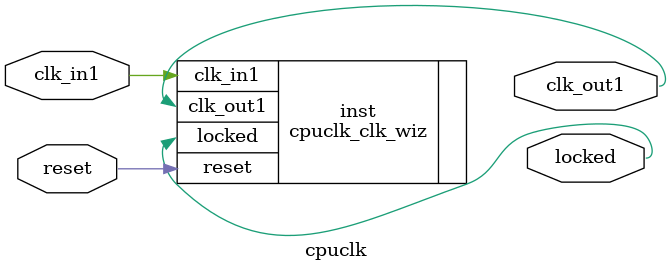
<source format=v>


`timescale 1ps/1ps

(* CORE_GENERATION_INFO = "cpuclk,clk_wiz_v6_0_4_0_0,{component_name=cpuclk,use_phase_alignment=true,use_min_o_jitter=false,use_max_i_jitter=false,use_dyn_phase_shift=false,use_inclk_switchover=false,use_dyn_reconfig=false,enable_axi=0,feedback_source=FDBK_AUTO,PRIMITIVE=PLL,num_out_clk=1,clkin1_period=10.000,clkin2_period=10.000,use_power_down=false,use_reset=true,use_locked=true,use_inclk_stopped=false,feedback_type=SINGLE,CLOCK_MGR_TYPE=NA,manual_override=false}" *)

module cpuclk 
 (
  // Clock out ports
  output        clk_out1,
  // Status and control signals
  input         reset,
  output        locked,
 // Clock in ports
  input         clk_in1
 );

  cpuclk_clk_wiz inst
  (
  // Clock out ports  
  .clk_out1(clk_out1),
  // Status and control signals               
  .reset(reset), 
  .locked(locked),
 // Clock in ports
  .clk_in1(clk_in1)
  );

endmodule

</source>
